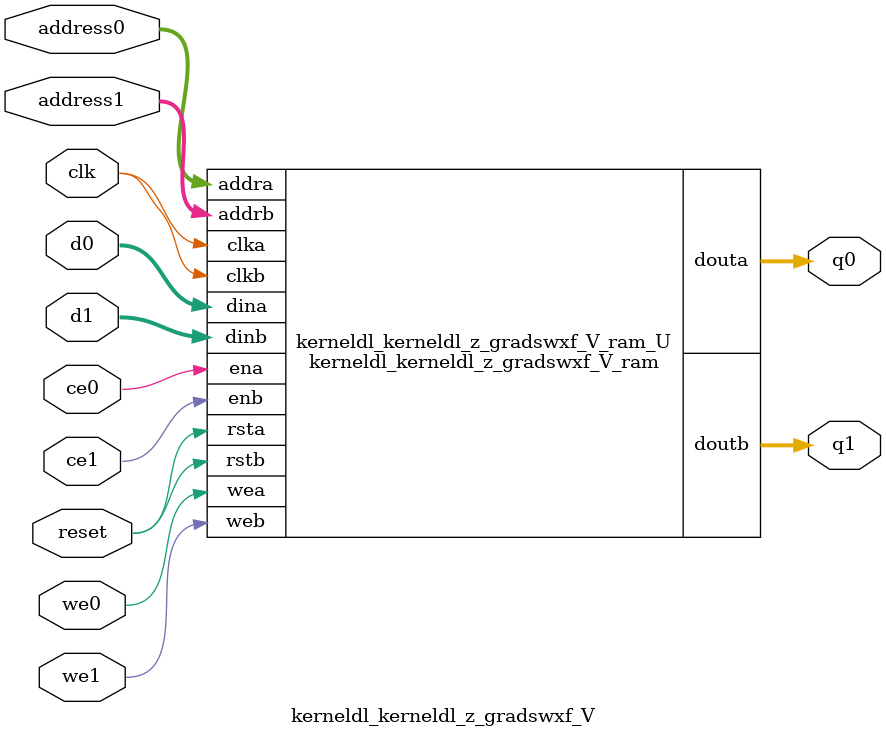
<source format=v>

`timescale 1ps/1ps

module kerneldl_kerneldl_z_gradswxf_V_ram # (

  // Common module parameters
  parameter integer                 MEMORY_SIZE        = 1638400,
  parameter                         MEMORY_PRIMITIVE   = "ultra",
  parameter                         CLOCKING_MODE      = "common_clock",
  parameter                         ECC_MODE           = "no_ecc",
  parameter                         MEMORY_INIT_FILE   = "none",
  parameter                         WAKEUP_TIME        = "disable_sleep",
  parameter integer                 MESSAGE_CONTROL    = 0,

  // Port A module parameters
  parameter integer                 WRITE_DATA_WIDTH_A = 16,
  parameter integer                 READ_DATA_WIDTH_A  = WRITE_DATA_WIDTH_A,
  parameter integer                 BYTE_WRITE_WIDTH_A = WRITE_DATA_WIDTH_A,
  parameter integer                 ADDR_WIDTH_A       = 17,
  parameter                         READ_RESET_VALUE_A = "0",
  parameter integer                 READ_LATENCY_A     = 2,
  parameter                         WRITE_MODE_A       = "no_change",

  // Port B module parameters
  parameter integer                 WRITE_DATA_WIDTH_B = WRITE_DATA_WIDTH_A,
  parameter integer                 READ_DATA_WIDTH_B  = WRITE_DATA_WIDTH_B,
  parameter integer                 BYTE_WRITE_WIDTH_B = WRITE_DATA_WIDTH_B,
  parameter integer                 ADDR_WIDTH_B       = ADDR_WIDTH_A,
  parameter                         READ_RESET_VALUE_B = "0",
  parameter integer                 READ_LATENCY_B     = READ_LATENCY_A,
  parameter                         WRITE_MODE_B       = WRITE_MODE_A
) (

  // Port A module ports
  input  wire                                               clka,
  input  wire                                               rsta,
  input  wire                                               ena,
  input  wire [ADDR_WIDTH_A-1:0]                            addra,
  input  wire [(WRITE_DATA_WIDTH_A/BYTE_WRITE_WIDTH_A)-1:0] wea,
  input  wire [WRITE_DATA_WIDTH_A-1:0]                      dina,
  output wire [READ_DATA_WIDTH_A-1:0]                       douta,

  // Port B module ports
  input  wire                                               clkb,
  input  wire                                               rstb,
  input  wire                                               enb,
  input  wire [ADDR_WIDTH_B-1:0]                            addrb,
  input  wire [(WRITE_DATA_WIDTH_B/BYTE_WRITE_WIDTH_B)-1:0] web,
  input  wire [WRITE_DATA_WIDTH_B-1:0]                      dinb,
  output wire [READ_DATA_WIDTH_B-1:0]                       doutb
);

// Set parameter values and connect ports to instantiate an XPM_MEMORY true dual port RAM configuration
xpm_memory_tdpram # (

  // Common module parameters
  .MEMORY_SIZE        (MEMORY_SIZE),   //positive integer
  .MEMORY_PRIMITIVE   (MEMORY_PRIMITIVE),      //string; "auto", "distributed", "block" or "ultra";
  .CLOCKING_MODE      (CLOCKING_MODE),      //string; "common_clock", "independent_clock"
  .ECC_MODE           (ECC_MODE),      //do not change
  .MEMORY_INIT_FILE   (MEMORY_INIT_FILE), //string; "none" or "<filename>.mem" 
  .MEMORY_INIT_PARAM  (""), //string;
  .WAKEUP_TIME        (WAKEUP_TIME),      //string; "disable_sleep" or "use_sleep_pin"
  .MESSAGE_CONTROL    (MESSAGE_CONTROL),      //do not change

  // Port A module parameters
  .WRITE_DATA_WIDTH_A (WRITE_DATA_WIDTH_A),     //positive integer
  .READ_DATA_WIDTH_A  (READ_DATA_WIDTH_A),     //positive integer
  .BYTE_WRITE_WIDTH_A (BYTE_WRITE_WIDTH_A),     //integer; 8, 9, or WRITE_DATA_WIDTH_A value
  .ADDR_WIDTH_A       (ADDR_WIDTH_A),      //positive integer
  .READ_RESET_VALUE_A (READ_RESET_VALUE_A),  //string
  .READ_LATENCY_A     (READ_LATENCY_A),      //non-negative integer
  .WRITE_MODE_A       (WRITE_MODE_A),       //string; "write_first", "read_first", "no_change"

  // Port B module parameters
  .WRITE_DATA_WIDTH_B (WRITE_DATA_WIDTH_B),     //positive integer
  .READ_DATA_WIDTH_B  (READ_DATA_WIDTH_B),     //positive integer
  .BYTE_WRITE_WIDTH_B (BYTE_WRITE_WIDTH_B),     //integer; 8, 9, or WRITE_DATA_WIDTH_B value
  .ADDR_WIDTH_B       (ADDR_WIDTH_B),      //positive integer
  .READ_RESET_VALUE_B (READ_RESET_VALUE_B),  //string
  .READ_LATENCY_B     (READ_LATENCY_B),      //non-negative integer
  .WRITE_MODE_B       (WRITE_MODE_B)       //string; "write_first", "read_first", "no_change"

) xpm_memory_tdpram_inst (

  // Common module ports
  .sleep          (1'b0),  //do not change

  // Port A module ports
  .clka           (clka),
  .rsta           (rsta),
  .ena            (ena),
  .regcea         (ena),
  .addra          (addra),
  .wea            (wea),
  .dina           (dina),
  .injectsbiterra (1'b0),  //do not change
  .injectdbiterra (1'b0),  //do not change
  .douta          (douta),
  .sbiterra       (),      //do not change
  .dbiterra       (),      //do not change

  // Port B module ports
  .clkb           (clkb),
  .rstb           (rstb),
  .enb            (enb),
  .regceb         (enb),
  .addrb          (addrb),
  .web            (web),
  .dinb           (dinb),
  .injectsbiterrb (1'b0),  //do not change
  .injectdbiterrb (1'b0),  //do not change
  .doutb          (doutb),
  .sbiterrb       (),      //do not change
  .dbiterrb       ()       //do not change

);

endmodule : kerneldl_kerneldl_z_gradswxf_V_ram
`timescale 1 ns / 1 ps
module kerneldl_kerneldl_z_gradswxf_V(
    reset,
    clk,
    address0,
    ce0,
    address1,
    ce1,
    we0,
    d0,
    we1,
    d1,
    q0,
    q1);

parameter DataWidth = 32'd16;
parameter AddressRange = 32'd102400;
parameter AddressWidth = 32'd17;
input reset;
input clk;
input[AddressWidth - 1:0] address0;
input ce0;
input[AddressWidth - 1:0] address1;
input ce1;
input we0;
input[DataWidth - 1:0] d0;
input we1;
input[DataWidth - 1:0] d1;
output[DataWidth - 1:0] q0;
output[DataWidth - 1:0] q1;



kerneldl_kerneldl_z_gradswxf_V_ram kerneldl_kerneldl_z_gradswxf_V_ram_U(
    .clka( clk ),
    .clkb( clk ),
    .rsta( reset ),
    .rstb( reset ),
    .addra( address0 ),
    .ena( ce0 ),
    .addrb( address1 ),
    .enb( ce1 ),
    .dina( d0 ),
    .wea( we0 ),
    .dinb( d1 ),
    .web( we1 ),
    .douta( q0 ),
    .doutb( q1 ));

endmodule


</source>
